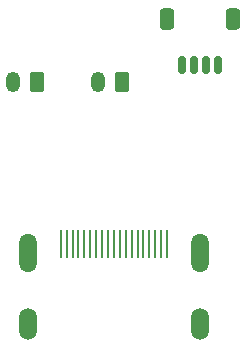
<source format=gbr>
%TF.GenerationSoftware,KiCad,Pcbnew,(6.0.5)*%
%TF.CreationDate,2022-06-07T12:49:24-06:00*%
%TF.ProjectId,15Pin_Fanout,31355069-6e5f-4466-916e-6f75742e6b69,rev?*%
%TF.SameCoordinates,Original*%
%TF.FileFunction,Soldermask,Top*%
%TF.FilePolarity,Negative*%
%FSLAX46Y46*%
G04 Gerber Fmt 4.6, Leading zero omitted, Abs format (unit mm)*
G04 Created by KiCad (PCBNEW (6.0.5)) date 2022-06-07 12:49:24*
%MOMM*%
%LPD*%
G01*
G04 APERTURE LIST*
G04 Aperture macros list*
%AMRoundRect*
0 Rectangle with rounded corners*
0 $1 Rounding radius*
0 $2 $3 $4 $5 $6 $7 $8 $9 X,Y pos of 4 corners*
0 Add a 4 corners polygon primitive as box body*
4,1,4,$2,$3,$4,$5,$6,$7,$8,$9,$2,$3,0*
0 Add four circle primitives for the rounded corners*
1,1,$1+$1,$2,$3*
1,1,$1+$1,$4,$5*
1,1,$1+$1,$6,$7*
1,1,$1+$1,$8,$9*
0 Add four rect primitives between the rounded corners*
20,1,$1+$1,$2,$3,$4,$5,0*
20,1,$1+$1,$4,$5,$6,$7,0*
20,1,$1+$1,$6,$7,$8,$9,0*
20,1,$1+$1,$8,$9,$2,$3,0*%
G04 Aperture macros list end*
%ADD10RoundRect,0.250000X0.350000X0.625000X-0.350000X0.625000X-0.350000X-0.625000X0.350000X-0.625000X0*%
%ADD11O,1.200000X1.750000*%
%ADD12O,0.250000X2.400000*%
%ADD13O,1.500000X2.700000*%
%ADD14O,1.500000X3.300000*%
%ADD15RoundRect,0.150000X0.150000X0.625000X-0.150000X0.625000X-0.150000X-0.625000X0.150000X-0.625000X0*%
%ADD16RoundRect,0.250000X0.350000X0.650000X-0.350000X0.650000X-0.350000X-0.650000X0.350000X-0.650000X0*%
G04 APERTURE END LIST*
D10*
%TO.C,J3*%
X-6550000Y17100000D03*
D11*
X-8550000Y17100000D03*
%TD*%
D10*
%TO.C,J2*%
X650000Y17100000D03*
D11*
X-1350000Y17100000D03*
%TD*%
D12*
%TO.C,J1*%
X4501000Y3396000D03*
X4001000Y3396000D03*
X3501000Y3396000D03*
X3001000Y3396000D03*
X2500000Y3396000D03*
X2000000Y3396000D03*
X1500000Y3396000D03*
X1000000Y3396000D03*
X500000Y3396000D03*
X0Y3396000D03*
X-500000Y3396000D03*
X-1000000Y3396000D03*
X-1500000Y3396000D03*
X-2000000Y3396000D03*
X-2500000Y3396000D03*
X-3001000Y3396000D03*
X-3501000Y3396000D03*
X-4001000Y3396000D03*
X-4501000Y3396000D03*
D13*
X7250000Y-3396000D03*
X-7250000Y-3396000D03*
D14*
X7250000Y2564000D03*
X-7250000Y2564000D03*
%TD*%
D15*
%TO.C,J6*%
X8800000Y18530000D03*
X7800000Y18530000D03*
X6800000Y18530000D03*
X5800000Y18530000D03*
D16*
X4500000Y22405000D03*
X10100000Y22405000D03*
%TD*%
M02*

</source>
